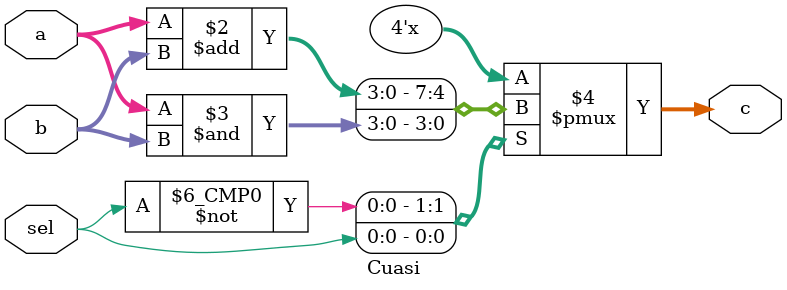
<source format=v>
`timescale 1ns/1ns
module Cuasi(
	input [3:0]a,
	input [3:0]b,
	input sel,
	output reg [3:0]c  //por que se le asigna su valor dentro del always.
);
//2.Def de componentes internos

//assigns, intancias, bloques secuenciales: initial y always.
//registros solo se pueden usar cambiar modificar dentro de bloques secuenciales intial y always 
always @*
begin
	case(sel)
			1'b0:
				begin
				c = a + b;
				end
			1'b1:
				begin
				c = a & b;
				end
		endcase
end
endmodule

</source>
